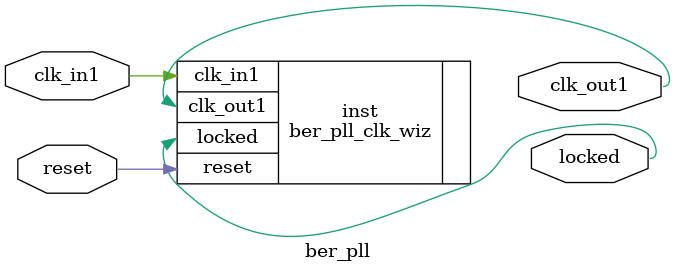
<source format=v>


`timescale 1ps/1ps

(* CORE_GENERATION_INFO = "ber_pll,clk_wiz_v5_4_3_0,{component_name=ber_pll,use_phase_alignment=true,use_min_o_jitter=false,use_max_i_jitter=false,use_dyn_phase_shift=false,use_inclk_switchover=false,use_dyn_reconfig=false,enable_axi=0,feedback_source=FDBK_AUTO,PRIMITIVE=PLL,num_out_clk=1,clkin1_period=10.000,clkin2_period=10.000,use_power_down=false,use_reset=true,use_locked=true,use_inclk_stopped=false,feedback_type=SINGLE,CLOCK_MGR_TYPE=NA,manual_override=false}" *)

module ber_pll 
 (
  // Clock out ports
  output        clk_out1,
  // Status and control signals
  input         reset,
  output        locked,
 // Clock in ports
  input         clk_in1
 );

  ber_pll_clk_wiz inst
  (
  // Clock out ports  
  .clk_out1(clk_out1),
  // Status and control signals               
  .reset(reset), 
  .locked(locked),
 // Clock in ports
  .clk_in1(clk_in1)
  );

endmodule

</source>
